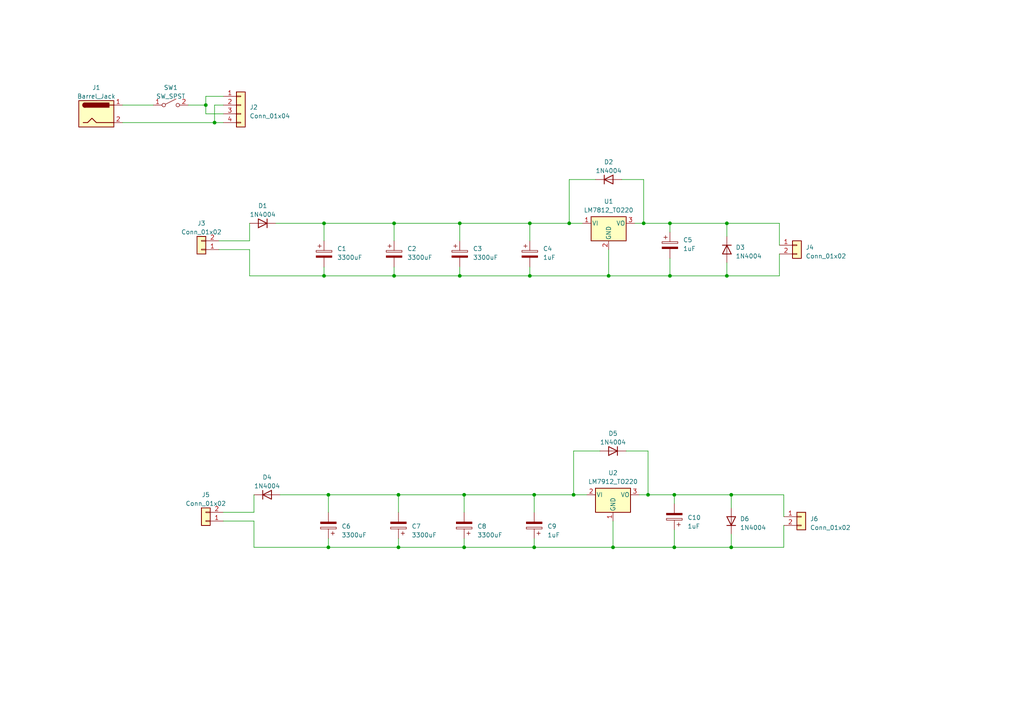
<source format=kicad_sch>
(kicad_sch (version 20230121) (generator eeschema)
  (paper "A4")
  (lib_symbols
    (symbol "Connector:Barrel_Jack" (pin_names (offset 1.016))
      (property "Reference" "J" (at 0 5.334 0))
      (property "Value" "Barrel_Jack" (at 0 -5.08 0))
      (symbol "Barrel_Jack_0_1"
        (rectangle (start -5.08 3.81) (end 5.08 -3.81) (stroke (width 0.254)) (fill (type background)))
        (arc (start -3.302 3.175) (mid -3.9343 2.54) (end -3.302 1.905) (stroke (width 0.254)))
        (arc (start -3.302 3.175) (mid -3.9343 2.54) (end -3.302 1.905) (stroke (width 0.254)) (fill (type outline)))
        (polyline (pts (xy 5.08 2.54) (xy 3.81 2.54)) (stroke (width 0.254)))
        (polyline (pts (xy -3.81 -2.54) (xy -2.54 -2.54) (xy -1.27 -1.27) (xy 0 -2.54) (xy 2.54 -2.54) (xy 5.08 -2.54)) (stroke (width 0.254)))
        (rectangle (start 3.683 3.175) (end -3.302 1.905) (stroke (width 0.254)) (fill (type outline)))
      )
      (symbol "Barrel_Jack_1_1"
        (pin passive line (at 7.62 2.54 180) (length 2.54) (name "~") (number "1"))
        (pin passive line (at 7.62 -2.54 180) (length 2.54) (name "~") (number "2"))
      )
    )
    (symbol "Connector_Generic:Conn_01x02" (pin_names (offset 1.016) hide)
      (property "Reference" "J" (at 0 2.54 0))
      (property "Value" "Conn_01x02" (at 0 -5.08 0))
      (symbol "Conn_01x02_1_1"
        (rectangle (start -1.27 -2.413) (end 0 -2.667) (stroke (width 0.1524)))
        (rectangle (start -1.27 0.127) (end 0 -0.127) (stroke (width 0.1524)))
        (rectangle (start -1.27 1.27) (end 1.27 -3.81) (stroke (width 0.254)) (fill (type background)))
        (pin passive line (at -5.08 0 0) (length 3.81) (name "Pin_1") (number "1"))
        (pin passive line (at -5.08 -2.54 0) (length 3.81) (name "Pin_2") (number "2"))
      )
    )
    (symbol "Connector_Generic:Conn_01x04" (pin_names (offset 1.016) hide)
      (property "Reference" "J" (at 0 5.08 0))
      (property "Value" "Conn_01x04" (at 0 -7.62 0))
      (symbol "Conn_01x04_1_1"
        (rectangle (start -1.27 -4.953) (end 0 -5.207) (stroke (width 0.1524)))
        (rectangle (start -1.27 -2.413) (end 0 -2.667) (stroke (width 0.1524)))
        (rectangle (start -1.27 0.127) (end 0 -0.127) (stroke (width 0.1524)))
        (rectangle (start -1.27 2.667) (end 0 2.413) (stroke (width 0.1524)))
        (rectangle (start -1.27 3.81) (end 1.27 -6.35) (stroke (width 0.254)) (fill (type background)))
        (pin passive line (at -5.08 2.54 0) (length 3.81) (name "Pin_1") (number "1"))
        (pin passive line (at -5.08 0 0) (length 3.81) (name "Pin_2") (number "2"))
        (pin passive line (at -5.08 -2.54 0) (length 3.81) (name "Pin_3") (number "3"))
        (pin passive line (at -5.08 -5.08 0) (length 3.81) (name "Pin_4") (number "4"))
      )
    )
    (symbol "Device:C_Polarized" (pin_numbers hide) (pin_names (offset 0.254))
      (property "Reference" "C" (at 0.635 2.54 0))
      (property "Value" "C_Polarized" (at 0.635 -2.54 0))
      (symbol "C_Polarized_0_1"
        (rectangle (start -2.286 0.508) (end 2.286 1.016))
        (polyline (pts (xy -1.778 2.286) (xy -0.762 2.286)))
        (polyline (pts (xy -1.27 2.794) (xy -1.27 1.778)))
        (rectangle (start 2.286 -0.508) (end -2.286 -1.016) (fill (type outline)))
      )
      (symbol "C_Polarized_1_1"
        (pin passive line (at 0 3.81 270) (length 2.794) (name "~") (number "1"))
        (pin passive line (at 0 -3.81 90) (length 2.794) (name "~") (number "2"))
      )
    )
    (symbol "Diode:1N4004" (pin_numbers hide) (pin_names hide)
      (property "Reference" "D" (at 0 2.54 0))
      (property "Value" "1N4004" (at 0 -2.54 0))
      (symbol "1N4004_0_1"
        (polyline (pts (xy -1.27 1.27) (xy -1.27 -1.27)) (stroke (width 0.254)))
        (polyline (pts (xy 1.27 0) (xy -1.27 0)))
        (polyline (pts (xy 1.27 1.27) (xy 1.27 -1.27) (xy -1.27 0) (xy 1.27 1.27)) (stroke (width 0.254)))
      )
      (symbol "1N4004_1_1"
        (pin passive line (at -3.81 0 0) (length 2.54) (name "K") (number "1"))
        (pin passive line (at 3.81 0 180) (length 2.54) (name "A") (number "2"))
      )
    )
    (symbol "Regulator_Linear:LM7812_TO220" (pin_names (offset 0.254))
      (property "Reference" "U" (at -3.81 3.175 0))
      (property "Value" "LM7812_TO220" (at 0 3.175 0))
      (symbol "LM7812_TO220_0_1"
        (rectangle (start -5.08 1.905) (end 5.08 -5.08) (stroke (width 0.254)) (fill (type background)))
      )
      (symbol "LM7812_TO220_1_1"
        (pin power_in line (at -7.62 0 0) (length 2.54) (name "VI") (number "1"))
        (pin power_in line (at 0 -7.62 90) (length 2.54) (name "GND") (number "2"))
        (pin power_out line (at 7.62 0 180) (length 2.54) (name "VO") (number "3"))
      )
    )
    (symbol "Regulator_Linear:LM7912_TO220" (pin_names (offset 0.254))
      (property "Reference" "U" (at -3.81 -3.175 0))
      (property "Value" "LM7912_TO220" (at 0 -3.175 0))
      (symbol "LM7912_TO220_0_1"
        (rectangle (start -5.08 5.08) (end 5.08 -1.905) (stroke (width 0.254)) (fill (type background)))
      )
      (symbol "LM7912_TO220_1_1"
        (pin power_in line (at 0 7.62 270) (length 2.54) (name "GND") (number "1"))
        (pin power_in line (at -7.62 0 0) (length 2.54) (name "VI") (number "2"))
        (pin power_out line (at 7.62 0 180) (length 2.54) (name "VO") (number "3"))
      )
    )
    (symbol "Switch:SW_SPST" (pin_names (offset 0) hide)
      (property "Reference" "SW" (at 0 3.175 0))
      (property "Value" "SW_SPST" (at 0 -2.54 0))
      (symbol "SW_SPST_0_0"
        (circle (center -2.032 0) (radius 0.508))
        (polyline (pts (xy -1.524 0.254) (xy 1.524 1.778)))
        (circle (center 2.032 0) (radius 0.508))
      )
      (symbol "SW_SPST_1_1"
        (pin passive line (at -5.08 0 0) (length 2.54) (name "A") (number "1"))
        (pin passive line (at 5.08 0 180) (length 2.54) (name "B") (number "2"))
      )
    )
  )
  (junction (at 115.57 158.75))
  (junction (at 166.37 143.51))
  (junction (at 93.98 80.01))
  (junction (at 134.62 143.51))
  (junction (at 153.67 80.01))
  (junction (at 194.31 80.01))
  (junction (at 153.67 64.77))
  (junction (at 95.25 158.75))
  (junction (at 93.98 64.77))
  (junction (at 59.69 30.48))
  (junction (at 165.1 64.77))
  (junction (at 195.58 158.75))
  (junction (at 194.31 64.77))
  (junction (at 134.62 158.75))
  (junction (at 115.57 143.51))
  (junction (at 95.25 143.51))
  (junction (at 133.35 80.01))
  (junction (at 133.35 64.77))
  (junction (at 195.58 143.51))
  (junction (at 114.3 64.77))
  (junction (at 62.23 35.56))
  (junction (at 177.8 158.75))
  (junction (at 212.09 158.75))
  (junction (at 186.69 64.77))
  (junction (at 154.94 158.75))
  (junction (at 210.82 64.77))
  (junction (at 176.53 80.01))
  (junction (at 187.96 143.51))
  (junction (at 114.3 80.01))
  (junction (at 154.94 143.51))
  (junction (at 210.82 80.01))
  (junction (at 212.09 143.51))
  (wire (pts (xy 114.3 64.77) (xy 114.3 69.85)))
  (wire (pts (xy 73.66 151.13) (xy 73.66 158.75)))
  (wire (pts (xy 72.39 80.01) (xy 93.98 80.01)))
  (wire (pts (xy 173.99 130.81) (xy 166.37 130.81)))
  (wire (pts (xy 226.06 64.77) (xy 210.82 64.77)))
  (wire (pts (xy 226.06 80.01) (xy 210.82 80.01)))
  (wire (pts (xy 177.8 158.75) (xy 154.94 158.75)))
  (wire (pts (xy 115.57 158.75) (xy 95.25 158.75)))
  (wire (pts (xy 195.58 143.51) (xy 195.58 146.05)))
  (wire (pts (xy 194.31 64.77) (xy 194.31 67.31)))
  (wire (pts (xy 133.35 80.01) (xy 114.3 80.01)))
  (wire (pts (xy 64.77 30.48) (xy 62.23 30.48)))
  (wire (pts (xy 72.39 69.85) (xy 72.39 64.77)))
  (wire (pts (xy 176.53 72.39) (xy 176.53 80.01)))
  (wire (pts (xy 227.33 152.4) (xy 227.33 158.75)))
  (wire (pts (xy 172.72 52.07) (xy 165.1 52.07)))
  (wire (pts (xy 210.82 76.2) (xy 210.82 80.01)))
  (wire (pts (xy 210.82 80.01) (xy 194.31 80.01)))
  (wire (pts (xy 185.42 143.51) (xy 187.96 143.51)))
  (wire (pts (xy 81.28 143.51) (xy 95.25 143.51)))
  (wire (pts (xy 133.35 64.77) (xy 153.67 64.77)))
  (wire (pts (xy 93.98 64.77) (xy 114.3 64.77)))
  (wire (pts (xy 212.09 154.94) (xy 212.09 158.75)))
  (wire (pts (xy 62.23 35.56) (xy 64.77 35.56)))
  (wire (pts (xy 134.62 143.51) (xy 154.94 143.51)))
  (wire (pts (xy 226.06 71.12) (xy 226.06 64.77)))
  (wire (pts (xy 133.35 64.77) (xy 133.35 69.85)))
  (wire (pts (xy 114.3 77.47) (xy 114.3 80.01)))
  (wire (pts (xy 187.96 143.51) (xy 195.58 143.51)))
  (wire (pts (xy 95.25 143.51) (xy 95.25 148.59)))
  (wire (pts (xy 212.09 143.51) (xy 212.09 147.32)))
  (wire (pts (xy 180.34 52.07) (xy 186.69 52.07)))
  (wire (pts (xy 165.1 52.07) (xy 165.1 64.77)))
  (wire (pts (xy 95.25 156.21) (xy 95.25 158.75)))
  (wire (pts (xy 134.62 143.51) (xy 134.62 148.59)))
  (wire (pts (xy 115.57 143.51) (xy 115.57 148.59)))
  (wire (pts (xy 35.56 35.56) (xy 62.23 35.56)))
  (wire (pts (xy 62.23 30.48) (xy 62.23 35.56)))
  (wire (pts (xy 115.57 156.21) (xy 115.57 158.75)))
  (wire (pts (xy 184.15 64.77) (xy 186.69 64.77)))
  (wire (pts (xy 154.94 158.75) (xy 134.62 158.75)))
  (wire (pts (xy 64.77 33.02) (xy 59.69 33.02)))
  (wire (pts (xy 114.3 64.77) (xy 133.35 64.77)))
  (wire (pts (xy 194.31 74.93) (xy 194.31 80.01)))
  (wire (pts (xy 153.67 77.47) (xy 153.67 80.01)))
  (wire (pts (xy 153.67 80.01) (xy 133.35 80.01)))
  (wire (pts (xy 73.66 158.75) (xy 95.25 158.75)))
  (wire (pts (xy 186.69 64.77) (xy 194.31 64.77)))
  (wire (pts (xy 195.58 158.75) (xy 177.8 158.75)))
  (wire (pts (xy 227.33 158.75) (xy 212.09 158.75)))
  (wire (pts (xy 59.69 33.02) (xy 59.69 30.48)))
  (wire (pts (xy 80.01 64.77) (xy 93.98 64.77)))
  (wire (pts (xy 194.31 64.77) (xy 210.82 64.77)))
  (wire (pts (xy 63.5 69.85) (xy 72.39 69.85)))
  (wire (pts (xy 93.98 64.77) (xy 93.98 69.85)))
  (wire (pts (xy 95.25 143.51) (xy 115.57 143.51)))
  (wire (pts (xy 54.61 30.48) (xy 59.69 30.48)))
  (wire (pts (xy 165.1 64.77) (xy 168.91 64.77)))
  (wire (pts (xy 166.37 143.51) (xy 170.18 143.51)))
  (wire (pts (xy 176.53 80.01) (xy 153.67 80.01)))
  (wire (pts (xy 186.69 52.07) (xy 186.69 64.77)))
  (wire (pts (xy 114.3 80.01) (xy 93.98 80.01)))
  (wire (pts (xy 226.06 73.66) (xy 226.06 80.01)))
  (wire (pts (xy 154.94 143.51) (xy 166.37 143.51)))
  (wire (pts (xy 181.61 130.81) (xy 187.96 130.81)))
  (wire (pts (xy 59.69 30.48) (xy 59.69 27.94)))
  (wire (pts (xy 134.62 158.75) (xy 115.57 158.75)))
  (wire (pts (xy 227.33 143.51) (xy 212.09 143.51)))
  (wire (pts (xy 154.94 156.21) (xy 154.94 158.75)))
  (wire (pts (xy 134.62 156.21) (xy 134.62 158.75)))
  (wire (pts (xy 153.67 64.77) (xy 153.67 69.85)))
  (wire (pts (xy 210.82 64.77) (xy 210.82 68.58)))
  (wire (pts (xy 166.37 130.81) (xy 166.37 143.51)))
  (wire (pts (xy 177.8 151.13) (xy 177.8 158.75)))
  (wire (pts (xy 115.57 143.51) (xy 134.62 143.51)))
  (wire (pts (xy 72.39 72.39) (xy 72.39 80.01)))
  (wire (pts (xy 154.94 143.51) (xy 154.94 148.59)))
  (wire (pts (xy 64.77 148.59) (xy 73.66 148.59)))
  (wire (pts (xy 195.58 143.51) (xy 212.09 143.51)))
  (wire (pts (xy 35.56 30.48) (xy 44.45 30.48)))
  (wire (pts (xy 63.5 72.39) (xy 72.39 72.39)))
  (wire (pts (xy 212.09 158.75) (xy 195.58 158.75)))
  (wire (pts (xy 64.77 151.13) (xy 73.66 151.13)))
  (wire (pts (xy 153.67 64.77) (xy 165.1 64.77)))
  (wire (pts (xy 194.31 80.01) (xy 176.53 80.01)))
  (wire (pts (xy 133.35 77.47) (xy 133.35 80.01)))
  (wire (pts (xy 73.66 148.59) (xy 73.66 143.51)))
  (wire (pts (xy 187.96 130.81) (xy 187.96 143.51)))
  (wire (pts (xy 93.98 77.47) (xy 93.98 80.01)))
  (wire (pts (xy 59.69 27.94) (xy 64.77 27.94)))
  (wire (pts (xy 195.58 153.67) (xy 195.58 158.75)))
  (wire (pts (xy 227.33 149.86) (xy 227.33 143.51)))
  (symbol (lib_id "Regulator_Linear:LM7812_TO220") (at 176.53 64.77 0) (unit 1)
    (property "Reference" "U1" (at 176.53 58.42 0))
    (property "Value" "LM7812_TO220" (at 176.53 60.96 0))
    (property "Footprint" "Package_TO_SOT_THT:TO-220-3_Vertical" (effects hide))
    (property "Datasheet" "https://www.onsemi.cn/PowerSolutions/document/MC7800-D.PDF" (effects hide))
  )
  (symbol (lib_id "Connector_Generic:Conn_01x02") (at 58.42 72.39 180) (unit 1)
    (property "Reference" "J3" (at 58.42 64.77 0))
    (property "Value" "Conn_01x02" (at 58.42 67.31 0))
    (property "Footprint" "Connector_PinHeader_2.54mm:PinHeader_1x02_P2.54mm_Vertical" (effects hide))
  )
  (symbol (lib_id "Diode:1N4004") (at 210.82 72.39 270) (unit 1)
    (property "Reference" "D3" (at 213.36 71.755 90) (effects (justify left)))
    (property "Value" "1N4004" (at 213.36 74.295 90) (effects (justify left)))
    (property "Footprint" "Diode_THT:D_DO-41_SOD81_P10.16mm_Horizontal" (effects hide))
    (property "Datasheet" "http://www.vishay.com/docs/88503/1n4001.pdf" (effects hide))
    (property "Sim.Device" "D" (effects hide))
    (property "Sim.Pins" "1=K 2=A" (effects hide))
  )
  (symbol (lib_id "Device:C_Polarized") (at 195.58 149.86 180) (unit 1)
    (property "Reference" "C10" (at 199.39 150.114 0) (effects (justify right)))
    (property "Value" "1uF" (at 199.39 152.654 0) (effects (justify right)))
    (property "Footprint" "Capacitor_THT:CP_Radial_Tantal_D4.5mm_P2.50mm" (effects hide))
  )
  (symbol (lib_id "Diode:1N4004") (at 176.53 52.07 0) (unit 1)
    (property "Reference" "D2" (at 176.53 46.99 0))
    (property "Value" "1N4004" (at 176.53 49.53 0))
    (property "Footprint" "Diode_THT:D_DO-41_SOD81_P10.16mm_Horizontal" (effects hide))
    (property "Datasheet" "http://www.vishay.com/docs/88503/1n4001.pdf" (effects hide))
    (property "Sim.Device" "D" (effects hide))
    (property "Sim.Pins" "1=K 2=A" (effects hide))
  )
  (symbol (lib_id "Connector_Generic:Conn_01x02") (at 59.69 151.13 180) (unit 1)
    (property "Reference" "J5" (at 59.69 143.51 0))
    (property "Value" "Conn_01x02" (at 59.69 146.05 0))
    (property "Footprint" "Connector_PinHeader_2.54mm:PinHeader_1x02_P2.54mm_Vertical" (effects hide))
  )
  (symbol (lib_id "Device:C_Polarized") (at 93.98 73.66 0) (unit 1)
    (property "Reference" "C1" (at 97.79 72.136 0) (effects (justify left)))
    (property "Value" "3300uF" (at 97.79 74.676 0) (effects (justify left)))
    (property "Footprint" "Capacitor_THT:CP_Axial_L30.0mm_D18.0mm_P35.00mm_Horizontal" (effects hide))
  )
  (symbol (lib_id "Device:C_Polarized") (at 153.67 73.66 0) (unit 1)
    (property "Reference" "C4" (at 157.48 72.136 0) (effects (justify left)))
    (property "Value" "1uF" (at 157.48 74.676 0) (effects (justify left)))
    (property "Footprint" "Capacitor_THT:CP_Radial_Tantal_D4.5mm_P2.50mm" (effects hide))
  )
  (symbol (lib_id "Device:C_Polarized") (at 154.94 152.4 180) (unit 1)
    (property "Reference" "C9" (at 158.75 152.654 0) (effects (justify right)))
    (property "Value" "1uF" (at 158.75 155.194 0) (effects (justify right)))
    (property "Footprint" "Capacitor_THT:CP_Radial_Tantal_D4.5mm_P2.50mm" (effects hide))
  )
  (symbol (lib_id "Device:C_Polarized") (at 194.31 71.12 0) (unit 1)
    (property "Reference" "C5" (at 198.12 69.596 0) (effects (justify left)))
    (property "Value" "1uF" (at 198.12 72.136 0) (effects (justify left)))
    (property "Footprint" "Capacitor_THT:CP_Radial_Tantal_D4.5mm_P2.50mm" (effects hide))
  )
  (symbol (lib_id "Device:C_Polarized") (at 114.3 73.66 0) (unit 1)
    (property "Reference" "C2" (at 118.11 72.136 0) (effects (justify left)))
    (property "Value" "3300uF" (at 118.11 74.676 0) (effects (justify left)))
    (property "Footprint" "Capacitor_THT:CP_Axial_L30.0mm_D18.0mm_P35.00mm_Horizontal" (effects hide))
  )
  (symbol (lib_id "Diode:1N4004") (at 212.09 151.13 90) (unit 1)
    (property "Reference" "D6" (at 214.63 150.495 90) (effects (justify right)))
    (property "Value" "1N4004" (at 214.63 153.035 90) (effects (justify right)))
    (property "Footprint" "Diode_THT:D_DO-41_SOD81_P10.16mm_Horizontal" (effects hide))
    (property "Datasheet" "http://www.vishay.com/docs/88503/1n4001.pdf" (effects hide))
    (property "Sim.Device" "D" (effects hide))
    (property "Sim.Pins" "1=K 2=A" (effects hide))
  )
  (symbol (lib_id "Device:C_Polarized") (at 95.25 152.4 180) (unit 1)
    (property "Reference" "C6" (at 99.06 152.654 0) (effects (justify right)))
    (property "Value" "3300uF" (at 99.06 155.194 0) (effects (justify right)))
    (property "Footprint" "Capacitor_THT:CP_Axial_L30.0mm_D18.0mm_P35.00mm_Horizontal" (effects hide))
  )
  (symbol (lib_id "Connector_Generic:Conn_01x02") (at 231.14 71.12 0) (unit 1)
    (property "Reference" "J4" (at 233.68 71.755 0) (effects (justify left)))
    (property "Value" "Conn_01x02" (at 233.68 74.295 0) (effects (justify left)))
    (property "Footprint" "Connector_PinHeader_2.54mm:PinHeader_1x02_P2.54mm_Vertical" (effects hide))
  )
  (symbol (lib_id "Diode:1N4004") (at 77.47 143.51 0) (unit 1)
    (property "Reference" "D4" (at 77.47 138.43 0))
    (property "Value" "1N4004" (at 77.47 140.97 0))
    (property "Footprint" "Diode_THT:D_DO-41_SOD81_P10.16mm_Horizontal" (effects hide))
    (property "Datasheet" "http://www.vishay.com/docs/88503/1n4001.pdf" (effects hide))
    (property "Sim.Device" "D" (effects hide))
    (property "Sim.Pins" "1=K 2=A" (effects hide))
  )
  (symbol (lib_id "Connector_Generic:Conn_01x02") (at 232.41 149.86 0) (unit 1)
    (property "Reference" "J6" (at 234.95 150.495 0) (effects (justify left)))
    (property "Value" "Conn_01x02" (at 234.95 153.035 0) (effects (justify left)))
    (property "Footprint" "Connector_PinHeader_2.54mm:PinHeader_1x02_P2.54mm_Vertical" (effects hide))
  )
  (symbol (lib_id "Connector_Generic:Conn_01x04") (at 69.85 30.48 0) (unit 1)
    (property "Reference" "J2" (at 72.39 31.115 0) (effects (justify left)))
    (property "Value" "Conn_01x04" (at 72.39 33.655 0) (effects (justify left)))
    (property "Footprint" "Connector_PinHeader_2.54mm:PinHeader_1x04_P2.54mm_Vertical" (effects hide))
  )
  (symbol (lib_id "Device:C_Polarized") (at 133.35 73.66 0) (unit 1)
    (property "Reference" "C3" (at 137.16 72.136 0) (effects (justify left)))
    (property "Value" "3300uF" (at 137.16 74.676 0) (effects (justify left)))
    (property "Footprint" "Capacitor_THT:CP_Axial_L30.0mm_D18.0mm_P35.00mm_Horizontal" (effects hide))
  )
  (symbol (lib_id "Diode:1N4004") (at 76.2 64.77 180) (unit 1)
    (property "Reference" "D1" (at 76.2 59.69 0))
    (property "Value" "1N4004" (at 76.2 62.23 0))
    (property "Footprint" "Diode_THT:D_DO-41_SOD81_P10.16mm_Horizontal" (effects hide))
    (property "Datasheet" "http://www.vishay.com/docs/88503/1n4001.pdf" (effects hide))
    (property "Sim.Device" "D" (effects hide))
    (property "Sim.Pins" "1=K 2=A" (effects hide))
  )
  (symbol (lib_id "Diode:1N4004") (at 177.8 130.81 180) (unit 1)
    (property "Reference" "D5" (at 177.8 125.73 0))
    (property "Value" "1N4004" (at 177.8 128.27 0))
    (property "Footprint" "Diode_THT:D_DO-41_SOD81_P10.16mm_Horizontal" (effects hide))
    (property "Datasheet" "http://www.vishay.com/docs/88503/1n4001.pdf" (effects hide))
    (property "Sim.Device" "D" (effects hide))
    (property "Sim.Pins" "1=K 2=A" (effects hide))
  )
  (symbol (lib_id "Device:C_Polarized") (at 134.62 152.4 180) (unit 1)
    (property "Reference" "C8" (at 138.43 152.654 0) (effects (justify right)))
    (property "Value" "3300uF" (at 138.43 155.194 0) (effects (justify right)))
    (property "Footprint" "Capacitor_THT:CP_Axial_L30.0mm_D18.0mm_P35.00mm_Horizontal" (effects hide))
  )
  (symbol (lib_id "Connector:Barrel_Jack") (at 27.94 33.02 0) (unit 1)
    (property "Reference" "J1" (at 27.94 25.4 0))
    (property "Value" "Barrel_Jack" (at 27.94 27.94 0))
    (property "Footprint" "Connector_BarrelJack:BarrelJack_CUI_PJ-063AH_Horizontal_CircularHoles" (effects hide))
  )
  (symbol (lib_id "Switch:SW_SPST") (at 49.53 30.48 0) (unit 1)
    (property "Reference" "SW1" (at 49.53 25.4 0))
    (property "Value" "SW_SPST" (at 49.53 27.94 0))
    (property "Footprint" "Button_Switch_THT:SW_Lever_1P2T_NKK_GW12LxH" (effects hide))
  )
  (symbol (lib_id "Device:C_Polarized") (at 115.57 152.4 180) (unit 1)
    (property "Reference" "C7" (at 119.38 152.654 0) (effects (justify right)))
    (property "Value" "3300uF" (at 119.38 155.194 0) (effects (justify right)))
    (property "Footprint" "Capacitor_THT:CP_Axial_L30.0mm_D18.0mm_P35.00mm_Horizontal" (effects hide))
  )
  (symbol (lib_id "Regulator_Linear:LM7912_TO220") (at 177.8 143.51 0) (mirror x) (unit 1)
    (property "Reference" "U2" (at 177.8 137.16 0))
    (property "Value" "LM7912_TO220" (at 177.8 139.7 0))
    (property "Footprint" "Package_TO_SOT_THT:TO-220-3_Vertical" (effects hide))
    (property "Datasheet" "hhttps://www.onsemi.com/pub/Collateral/MC7900-D.PDF" (effects hide))
  )
)
</source>
